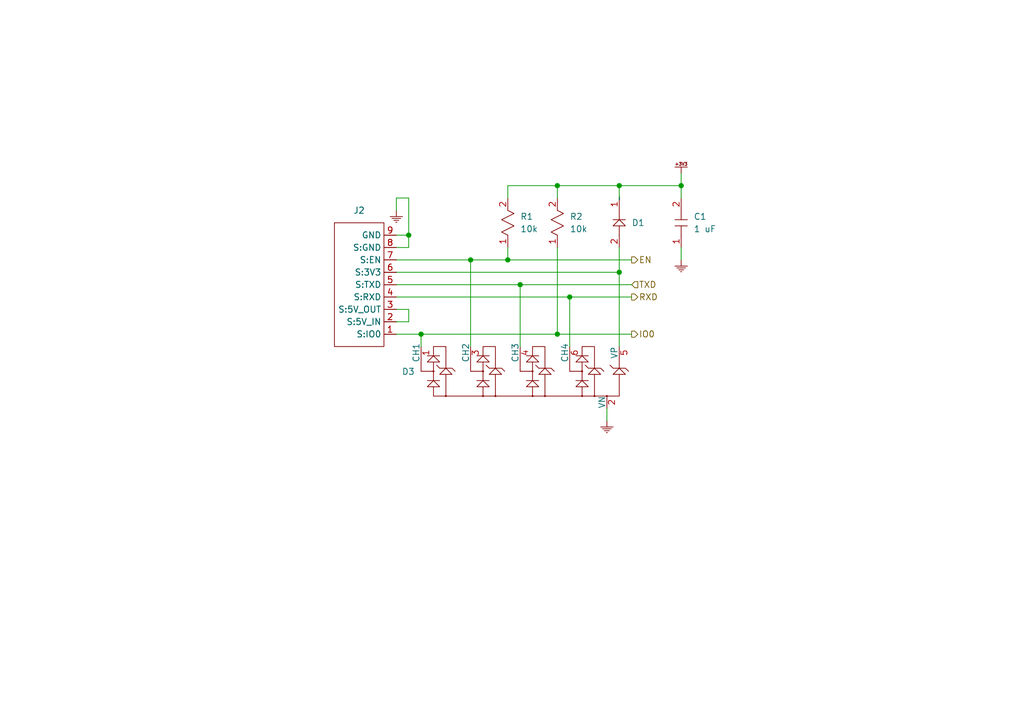
<source format=kicad_sch>
(kicad_sch (version 20230121) (generator eeschema)
  (paper "A5")
  (lib_symbols
    (symbol "zandmd:+3V3" (power) (pin_names (offset 0))
      (symbol "+3V3_0_1"
        (polyline (pts (xy -1.27 1.27) (xy 1.27 1.27)))
        (polyline (pts (xy 0 0) (xy 0 1.27)))
      )
      (symbol "+3V3_1_1"
        (text "+3V3" (at 0 1.905 0) (effects (font (size 0.635 0.635))))
        (pin power_in line (at 0 0 90) (length 0) hide (name "+3V3") (number "1"))
      )
    )
    (symbol "zandmd:CAPACITOR" (pin_names (offset 0))
      (property "Reference" "C" (at 0 0 0))
      (property "Value" "C" (at 0 0 0))
      (symbol "CAPACITOR_0_1"
        (polyline (pts (xy 2.54 0) (xy 4.445 0)))
        (polyline (pts (xy 4.445 1.27) (xy 4.445 -1.27)))
        (polyline (pts (xy 5.715 1.27) (xy 5.715 -1.27)))
        (polyline (pts (xy 7.62 0) (xy 5.715 0)))
      )
      (symbol "CAPACITOR_1_1"
        (pin passive line (at 0 0 0) (length 2.54) (name "") (number "1"))
        (pin passive line (at 10.16 0 180) (length 2.54) (name "") (number "2"))
      )
    )
    (symbol "zandmd:CF25081D0R0-10-NH"
      (property "Reference" "J" (at 0 0 0))
      (symbol "CF25081D0R0-10-NH_0_1"
        (rectangle (start 2.54 25.4) (end 12.7 0))
      )
      (symbol "CF25081D0R0-10-NH_1_1"
        (pin unspecified line (at 0 22.86 0) (length 2.54) (name "P1") (number "1") (alternate "S:IO0" open_collector line))
        (pin unspecified line (at 0 20.32 0) (length 2.54) (name "P2") (number "2") (alternate "S:5V_IN" power_out line))
        (pin unspecified line (at 0 17.78 0) (length 2.54) (name "P3") (number "3") (alternate "S:5V_OUT" power_in line))
        (pin unspecified line (at 0 15.24 0) (length 2.54) (name "P4") (number "4") (alternate "S:RXD" output line))
        (pin unspecified line (at 0 12.7 0) (length 2.54) (name "P5") (number "5") (alternate "S:TXD" input line))
        (pin unspecified line (at 0 10.16 0) (length 2.54) (name "P6") (number "6") (alternate "S:3V3" power_out line))
        (pin unspecified line (at 0 7.62 0) (length 2.54) (name "P7") (number "7") (alternate "S:EN" open_collector line))
        (pin unspecified line (at 0 5.08 0) (length 2.54) (name "P8") (number "8") (alternate "S:GND" passive line))
        (pin passive line (at 0 2.54 0) (length 2.54) (name "GND") (number "9"))
      )
    )
    (symbol "zandmd:CM1293A-04SO" (pin_names (offset 0))
      (property "Reference" "D" (at 0 0 0))
      (symbol "CM1293A-04SO_0_1"
        (polyline (pts (xy 0 10.16) (xy 0 7.62)))
        (polyline (pts (xy 1.27 5.715) (xy 3.81 5.715)))
        (polyline (pts (xy 1.27 10.795) (xy 3.81 10.795)))
        (polyline (pts (xy 2.54 4.445) (xy 2.54 2.54)))
        (polyline (pts (xy 2.54 7.62) (xy 0 7.62)))
        (polyline (pts (xy 2.54 9.525) (xy 2.54 5.715)))
        (polyline (pts (xy 5.08 6.985) (xy 5.08 2.54)))
        (polyline (pts (xy 10.16 10.16) (xy 10.16 7.62)))
        (polyline (pts (xy 11.43 5.715) (xy 13.97 5.715)))
        (polyline (pts (xy 11.43 10.795) (xy 13.97 10.795)))
        (polyline (pts (xy 12.7 4.445) (xy 12.7 2.54)))
        (polyline (pts (xy 12.7 7.62) (xy 10.16 7.62)))
        (polyline (pts (xy 12.7 9.525) (xy 12.7 5.715)))
        (polyline (pts (xy 15.24 6.985) (xy 15.24 2.54)))
        (polyline (pts (xy 20.32 10.16) (xy 20.32 7.62)))
        (polyline (pts (xy 21.59 5.715) (xy 24.13 5.715)))
        (polyline (pts (xy 21.59 10.795) (xy 24.13 10.795)))
        (polyline (pts (xy 22.86 4.445) (xy 22.86 2.54)))
        (polyline (pts (xy 22.86 7.62) (xy 20.32 7.62)))
        (polyline (pts (xy 22.86 9.525) (xy 22.86 5.715)))
        (polyline (pts (xy 25.4 6.985) (xy 25.4 2.54)))
        (polyline (pts (xy 30.48 10.16) (xy 30.48 7.62)))
        (polyline (pts (xy 31.75 5.715) (xy 34.29 5.715)))
        (polyline (pts (xy 31.75 10.795) (xy 34.29 10.795)))
        (polyline (pts (xy 33.02 4.445) (xy 33.02 2.54)))
        (polyline (pts (xy 33.02 7.62) (xy 30.48 7.62)))
        (polyline (pts (xy 33.02 9.525) (xy 33.02 5.715)))
        (polyline (pts (xy 35.56 6.985) (xy 35.56 2.54)))
        (polyline (pts (xy 40.64 2.54) (xy 2.54 2.54)))
        (polyline (pts (xy 40.64 6.985) (xy 40.64 2.54)))
        (polyline (pts (xy 40.64 8.255) (xy 40.64 10.16)))
        (polyline (pts (xy 2.54 5.715) (xy 1.27 4.445) (xy 3.81 4.445) (xy 2.54 5.715)))
        (polyline (pts (xy 2.54 10.795) (xy 1.27 9.525) (xy 3.81 9.525) (xy 2.54 10.795)))
        (polyline (pts (xy 2.54 10.795) (xy 2.54 12.7) (xy 5.08 12.7) (xy 5.08 8.255)))
        (polyline (pts (xy 5.08 8.255) (xy 3.81 6.985) (xy 6.35 6.985) (xy 5.08 8.255)))
        (polyline (pts (xy 6.985 7.62) (xy 6.35 8.255) (xy 3.81 8.255) (xy 3.175 8.89)))
        (polyline (pts (xy 12.7 5.715) (xy 11.43 4.445) (xy 13.97 4.445) (xy 12.7 5.715)))
        (polyline (pts (xy 12.7 10.795) (xy 11.43 9.525) (xy 13.97 9.525) (xy 12.7 10.795)))
        (polyline (pts (xy 12.7 10.795) (xy 12.7 12.7) (xy 15.24 12.7) (xy 15.24 8.255)))
        (polyline (pts (xy 15.24 8.255) (xy 13.97 6.985) (xy 16.51 6.985) (xy 15.24 8.255)))
        (polyline (pts (xy 17.145 7.62) (xy 16.51 8.255) (xy 13.97 8.255) (xy 13.335 8.89)))
        (polyline (pts (xy 22.86 5.715) (xy 21.59 4.445) (xy 24.13 4.445) (xy 22.86 5.715)))
        (polyline (pts (xy 22.86 10.795) (xy 21.59 9.525) (xy 24.13 9.525) (xy 22.86 10.795)))
        (polyline (pts (xy 22.86 10.795) (xy 22.86 12.7) (xy 25.4 12.7) (xy 25.4 8.255)))
        (polyline (pts (xy 25.4 8.255) (xy 24.13 6.985) (xy 26.67 6.985) (xy 25.4 8.255)))
        (polyline (pts (xy 27.305 7.62) (xy 26.67 8.255) (xy 24.13 8.255) (xy 23.495 8.89)))
        (polyline (pts (xy 33.02 5.715) (xy 31.75 4.445) (xy 34.29 4.445) (xy 33.02 5.715)))
        (polyline (pts (xy 33.02 10.795) (xy 31.75 9.525) (xy 34.29 9.525) (xy 33.02 10.795)))
        (polyline (pts (xy 33.02 10.795) (xy 33.02 12.7) (xy 35.56 12.7) (xy 35.56 8.255)))
        (polyline (pts (xy 35.56 8.255) (xy 34.29 6.985) (xy 36.83 6.985) (xy 35.56 8.255)))
        (polyline (pts (xy 37.465 7.62) (xy 36.83 8.255) (xy 34.29 8.255) (xy 33.655 8.89)))
        (polyline (pts (xy 40.64 8.255) (xy 39.37 6.985) (xy 41.91 6.985) (xy 40.64 8.255)))
        (polyline (pts (xy 42.545 7.62) (xy 41.91 8.255) (xy 39.37 8.255) (xy 38.735 8.89)))
        (circle (center 2.54 7.62) (radius 0.127))
        (circle (center 5.08 2.54) (radius 0.127))
        (circle (center 12.7 2.54) (radius 0.127))
        (circle (center 12.7 7.62) (radius 0.127))
        (circle (center 15.24 2.54) (radius 0.127))
        (circle (center 22.86 2.54) (radius 0.127))
        (circle (center 22.86 7.62) (radius 0.127))
        (circle (center 25.4 2.54) (radius 0.127))
        (circle (center 33.02 2.54) (radius 0.127))
        (circle (center 33.02 7.62) (radius 0.127))
        (circle (center 35.56 2.54) (radius 0.127))
        (circle (center 38.1 2.54) (radius 0.127))
      )
      (symbol "CM1293A-04SO_1_1"
        (pin passive line (at 0 12.7 270) (length 2.54) (name "CH1") (number "1"))
        (pin passive line (at 38.1 0 90) (length 2.54) (name "VN") (number "2"))
        (pin passive line (at 10.16 12.7 270) (length 2.54) (name "CH2") (number "3"))
        (pin passive line (at 20.32 12.7 270) (length 2.54) (name "CH3") (number "4"))
        (pin passive line (at 40.64 12.7 270) (length 2.54) (name "VP") (number "5"))
        (pin passive line (at 30.48 12.7 270) (length 2.54) (name "CH4") (number "6"))
      )
    )
    (symbol "zandmd:DIODE" (pin_names (offset 0))
      (property "Reference" "D" (at 0 0 0))
      (symbol "DIODE_0_1"
        (polyline (pts (xy 4.445 0) (xy 2.54 0)))
        (polyline (pts (xy 4.445 1.27) (xy 4.445 -1.27)))
        (polyline (pts (xy 7.62 0) (xy 5.715 0)))
        (polyline (pts (xy 4.445 0) (xy 5.715 -1.27) (xy 5.715 1.27) (xy 4.445 0)))
      )
      (symbol "DIODE_1_1"
        (pin passive line (at 0 0 0) (length 2.54) (name "") (number "1"))
        (pin passive line (at 10.16 0 180) (length 2.54) (name "") (number "2"))
      )
    )
    (symbol "zandmd:GND" (power) (pin_names (offset 0))
      (symbol "GND_0_1"
        (polyline (pts (xy -1.27 -1.27) (xy 1.27 -1.27)))
        (polyline (pts (xy -0.889 -1.651) (xy 0.889 -1.651)))
        (polyline (pts (xy -0.508 -2.032) (xy 0.508 -2.032)))
        (polyline (pts (xy -0.127 -2.413) (xy 0.127 -2.413)))
        (polyline (pts (xy 0 0) (xy 0 -1.27)))
      )
      (symbol "GND_1_1"
        (pin power_in line (at 0 0 270) (length 0) hide (name "GND") (number "1"))
      )
    )
    (symbol "zandmd:RESISTOR" (pin_names (offset 0))
      (property "Reference" "R" (at 0 0 0))
      (property "Value" "R" (at 0 0 0))
      (symbol "RESISTOR_0_1"
        (polyline (pts (xy 2.54 0) (xy 3.175 1.27) (xy 4.445 -1.27) (xy 5.715 1.27) (xy 6.985 -1.27) (xy 7.62 0)))
      )
      (symbol "RESISTOR_1_1"
        (pin passive line (at 0 0 0) (length 2.54) (name "") (number "1"))
        (pin passive line (at 10.16 0 180) (length 2.54) (name "") (number "2"))
      )
    )
  )
  (junction (at 86.36 68.58))
  (junction (at 114.3 38.1))
  (junction (at 127 55.88))
  (junction (at 114.3 68.58))
  (junction (at 83.82 48.26))
  (junction (at 116.84 60.96))
  (junction (at 96.52 53.34))
  (junction (at 104.14 53.34))
  (junction (at 127 38.1))
  (junction (at 139.7 38.1))
  (junction (at 106.68 58.42))
  (wire (pts (xy 81.28 63.5) (xy 83.82 63.5)))
  (wire (pts (xy 106.68 58.42) (xy 106.68 71.12)))
  (wire (pts (xy 114.3 68.58) (xy 129.54 68.58)))
  (wire (pts (xy 127 55.88) (xy 127 71.12)))
  (wire (pts (xy 96.52 53.34) (xy 96.52 71.12)))
  (wire (pts (xy 81.28 55.88) (xy 127 55.88)))
  (wire (pts (xy 104.14 53.34) (xy 129.54 53.34)))
  (wire (pts (xy 114.3 40.64) (xy 114.3 38.1)))
  (wire (pts (xy 104.14 50.8) (xy 104.14 53.34)))
  (wire (pts (xy 106.68 58.42) (xy 129.54 58.42)))
  (wire (pts (xy 81.28 68.58) (xy 86.36 68.58)))
  (wire (pts (xy 127 38.1) (xy 127 40.64)))
  (wire (pts (xy 83.82 66.04) (xy 83.82 63.5)))
  (wire (pts (xy 139.7 35.56) (xy 139.7 38.1)))
  (wire (pts (xy 81.28 58.42) (xy 106.68 58.42)))
  (wire (pts (xy 116.84 60.96) (xy 116.84 71.12)))
  (wire (pts (xy 139.7 40.64) (xy 139.7 38.1)))
  (wire (pts (xy 104.14 38.1) (xy 104.14 40.64)))
  (wire (pts (xy 114.3 50.8) (xy 114.3 68.58)))
  (wire (pts (xy 114.3 38.1) (xy 127 38.1)))
  (wire (pts (xy 86.36 68.58) (xy 86.36 71.12)))
  (wire (pts (xy 139.7 53.34) (xy 139.7 50.8)))
  (wire (pts (xy 81.28 43.18) (xy 81.28 40.64)))
  (wire (pts (xy 83.82 50.8) (xy 83.82 48.26)))
  (wire (pts (xy 81.28 48.26) (xy 83.82 48.26)))
  (wire (pts (xy 81.28 53.34) (xy 96.52 53.34)))
  (wire (pts (xy 81.28 66.04) (xy 83.82 66.04)))
  (wire (pts (xy 81.28 60.96) (xy 116.84 60.96)))
  (wire (pts (xy 96.52 53.34) (xy 104.14 53.34)))
  (wire (pts (xy 114.3 38.1) (xy 104.14 38.1)))
  (wire (pts (xy 124.46 83.82) (xy 124.46 86.36)))
  (wire (pts (xy 86.36 68.58) (xy 114.3 68.58)))
  (wire (pts (xy 127 50.8) (xy 127 55.88)))
  (wire (pts (xy 127 38.1) (xy 139.7 38.1)))
  (wire (pts (xy 81.28 40.64) (xy 83.82 40.64)))
  (wire (pts (xy 116.84 60.96) (xy 129.54 60.96)))
  (wire (pts (xy 83.82 40.64) (xy 83.82 48.26)))
  (wire (pts (xy 81.28 50.8) (xy 83.82 50.8)))
  (hierarchical_label "RXD" (shape output) (at 129.54 60.96 0))
  (hierarchical_label "EN" (shape output) (at 129.54 53.34 0))
  (hierarchical_label "IO0" (shape output) (at 129.54 68.58 0))
  (hierarchical_label "TXD" (shape input) (at 129.54 58.42 0))
  (symbol (lib_id "zandmd:GND") (at 124.46 86.36 0) (unit 1)
    (property "Reference" "#PWR02" (effects hide))
    (property "Value" "GND" (effects hide))
  )
  (symbol (lib_id "zandmd:CM1293A-04SO") (at 86.36 83.82 0) (unit 1)
    (property "Reference" "D3" (at 85.09 76.2635 0) (effects (justify right)))
    (property "Value" "CM1293A-04SO" (effects hide))
    (property "Footprint" "zandmd:CM1293A-04SO" (effects hide))
    (property "Datasheet" "https://www.onsemi.com/pdf/datasheet/cm1293a-04so-d.pdf" (effects hide))
    (property "Sim.Enable" "0" (effects hide))
  )
  (symbol (lib_id "zandmd:+3V3") (at 139.7 35.56 0) (unit 1)
    (property "Reference" "#PWR03" (effects hide))
    (property "Value" "+3V3" (effects hide))
  )
  (symbol (lib_id "zandmd:CAPACITOR") (at 139.7 50.8 90) (unit 1)
    (property "Reference" "C1" (at 142.24 44.45 90) (effects (justify right)))
    (property "Value" "1 uF" (at 142.24 46.99 90) (effects (justify right)))
    (property "Footprint" "zandmd:PASSIVE-NPOL-0805" (effects hide))
    (property "Sim.Device" "C" (effects hide))
    (property "Sim.Pins" "1=+ 2=-" (effects hide))
    (instances (project "neopixel-controller" (path "" (reference "C1") (unit 1))) (project "main-board" (path "" (reference "C4") (unit 1))))
  )
  (symbol (lib_id "zandmd:GND") (at 81.28 43.18 0) (unit 1)
    (property "Reference" "#PWR01" (effects hide))
    (property "Value" "GND" (effects hide))
  )
  (symbol (lib_id "zandmd:DIODE") (at 127 40.64 270) (unit 1)
    (property "Reference" "D1" (at 129.54 45.72 90) (effects (justify left)))
    (property "Value" "~" (at 127 40.64 0))
    (property "Footprint" "zandmd:PASSIVE-POL-0805" (effects hide))
    (property "Sim.Enable" "0" (effects hide))
    (instances (project "neopixel-controller" (path "" (reference "D1") (unit 1))) (project "main-board" (path "" (reference "D4") (unit 1))))
  )
  (symbol (lib_id "zandmd:CF25081D0R0-10-NH") (at 81.28 45.72 180) (unit 1)
    (property "Reference" "J2" (at 73.66 43.18 0))
    (property "Value" "CF25081D0R0-10-NH" (effects hide))
    (property "Footprint" "zandmd:CF25081D0R0-10-NH" (effects hide))
    (property "Datasheet" "https://media.digikey.com/pdf/Data%20Sheets/Cvilux%20USA%20PDFs/CF2519SF.PDF" (effects hide))
    (property "Sim.Enable" "0" (effects hide))
    (pin "1" (alternate "S:IO0"))
    (pin "2" (alternate "S:5V_IN"))
    (pin "3" (alternate "S:5V_OUT"))
    (pin "4" (alternate "S:RXD"))
    (pin "5" (alternate "S:TXD"))
    (pin "6" (alternate "S:3V3"))
    (pin "7" (alternate "S:EN"))
    (pin "8" (alternate "S:GND"))
  )
  (symbol (lib_id "zandmd:GND") (at 139.7 53.34 0) (unit 1)
    (property "Reference" "#PWR04" (effects hide))
    (property "Value" "GND" (effects hide))
  )
  (symbol (lib_id "zandmd:RESISTOR") (at 104.14 50.8 90) (unit 1)
    (property "Reference" "R1" (at 106.68 44.45 90) (effects (justify right)))
    (property "Value" "10k" (at 106.68 46.99 90) (effects (justify right)))
    (property "Footprint" "zandmd:PASSIVE-NPOL-0805" (effects hide))
    (property "Sim.Device" "R" (effects hide))
    (property "Sim.Pins" "1=+ 2=-" (effects hide))
  )
  (symbol (lib_id "zandmd:RESISTOR") (at 114.3 50.8 90) (unit 1)
    (property "Reference" "R2" (at 116.84 44.45 90) (effects (justify right)))
    (property "Value" "10k" (at 116.84 46.99 90) (effects (justify right)))
    (property "Footprint" "zandmd:PASSIVE-NPOL-0805" (effects hide))
    (property "Sim.Device" "R" (effects hide))
    (property "Sim.Pins" "1=+ 2=-" (effects hide))
    (instances (project "neopixel-controller" (path "" (reference "R2") (unit 1))) (project "main-board" (path "" (reference "R4") (unit 1))))
  )
)
</source>
